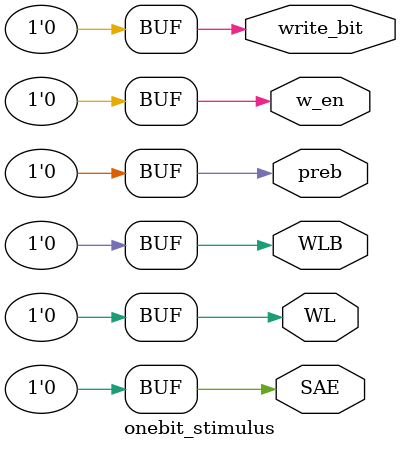
<source format=v>
module onebit_stimulus (
    output reg preb, w_en, write_bit,
    output reg SAE, WL, WLB
);

    // Main stimulus sequence
    initial begin
        // Initialize
        preb = 0;
        w_en = 0;
        SAE  = 0;
        WL   = 0;
        WLB  = 0;
        write_bit = 0;
        //write 0
        #10
        WL=1;
        WLB=1;
        preb = 1;      
        w_en = 1;
        //read Q
        #10 
        WL=0;
        WLB=0;
        w_en = 0;
        preb = 0;
        #10 
        WL=1;
        WLB=0;
        preb = 1;
        SAE  = 1;
        //read QB
        #10 
        WL=0;
        WLB=0;
        w_en = 0;
        preb = 0;
        #10 
        WL=0;
        WLB=1;
        preb = 1;
        SAE  = 1;
        //reset
        preb = 0;
        w_en = 0;
        SAE  = 0;
        WL   = 0;
        WLB  = 0;
        //write 1
        #10
        WL=1;
        WLB=1;
        w_en = 1;
        write_bit = 1;
        preb = 1;
        SAE = 0;
        //read Q
        #10 
        WL=0;
        WLB=0;
        w_en = 0;
        preb = 0;
        #10 
        WL=1;
        WLB=0;
        preb = 1;
        SAE  = 1;
        //read QB
        #10 
        WL=0;
        WLB=0;
        w_en = 0;
        preb = 0;
        #10 
        WL=0;
        WLB=1;
        preb = 1;
        SAE  = 1;
        // end
        preb = 0;
        w_en = 0;
        SAE  = 0;
        WL   = 0;
        WLB  = 0;
        write_bit = 0;
    end
endmodule
</source>
